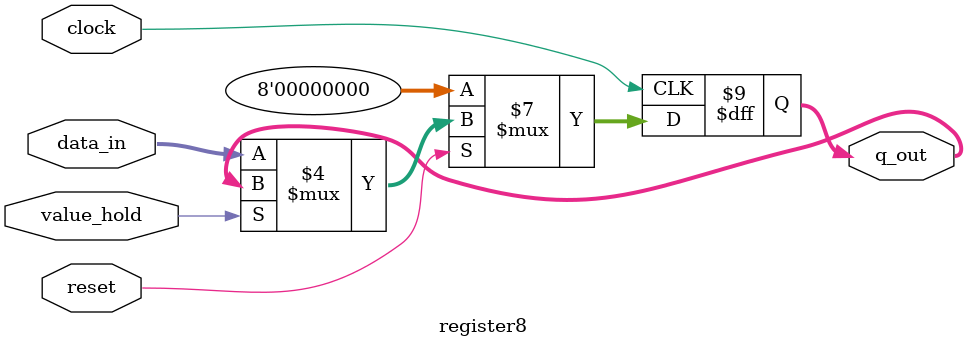
<source format=v>
`timescale 1ns / 1ns

module register8(input [7:0] data_in, input clock, reset, value_hold, output reg [7:0] q_out);
	
	always @(posedge clock)
	begin
	
		if (reset == 1'b0) begin
			// active-low, synchronous reset
			q_out <= 0;
			
		end else begin
		
			if (value_hold == 1'b0)
				q_out <= data_in;
				// data passes through to q, else is held
		end
	
	end

endmodule

</source>
